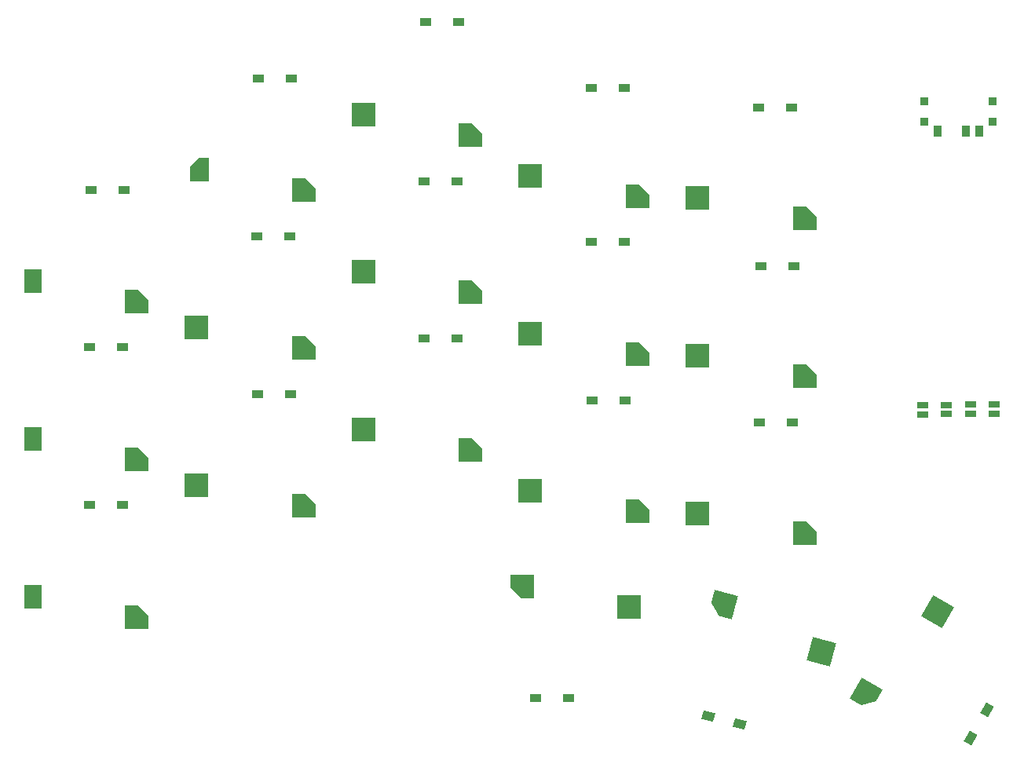
<source format=gbp>
G04 #@! TF.GenerationSoftware,KiCad,Pcbnew,(6.0.10)*
G04 #@! TF.CreationDate,2023-01-10T17:00:23+01:00*
G04 #@! TF.ProjectId,chocofi,63686f63-6f66-4692-9e6b-696361645f70,2.1*
G04 #@! TF.SameCoordinates,Original*
G04 #@! TF.FileFunction,Paste,Bot*
G04 #@! TF.FilePolarity,Positive*
%FSLAX46Y46*%
G04 Gerber Fmt 4.6, Leading zero omitted, Abs format (unit mm)*
G04 Created by KiCad (PCBNEW (6.0.10)) date 2023-01-10 17:00:23*
%MOMM*%
%LPD*%
G01*
G04 APERTURE LIST*
G04 Aperture macros list*
%AMRotRect*
0 Rectangle, with rotation*
0 The origin of the aperture is its center*
0 $1 length*
0 $2 width*
0 $3 Rotation angle, in degrees counterclockwise*
0 Add horizontal line*
21,1,$1,$2,0,0,$3*%
%AMOutline5P*
0 Free polygon, 5 corners , with rotation*
0 The origin of the aperture is its center*
0 number of corners: always 5*
0 $1 to $10 corner X, Y*
0 $11 Rotation angle, in degrees counterclockwise*
0 create outline with 5 corners*
4,1,5,$1,$2,$3,$4,$5,$6,$7,$8,$9,$10,$1,$2,$11*%
%AMOutline6P*
0 Free polygon, 6 corners , with rotation*
0 The origin of the aperture is its center*
0 number of corners: always 6*
0 $1 to $12 corner X, Y*
0 $13 Rotation angle, in degrees counterclockwise*
0 create outline with 6 corners*
4,1,6,$1,$2,$3,$4,$5,$6,$7,$8,$9,$10,$11,$12,$1,$2,$13*%
%AMOutline7P*
0 Free polygon, 7 corners , with rotation*
0 The origin of the aperture is its center*
0 number of corners: always 7*
0 $1 to $14 corner X, Y*
0 $15 Rotation angle, in degrees counterclockwise*
0 create outline with 7 corners*
4,1,7,$1,$2,$3,$4,$5,$6,$7,$8,$9,$10,$11,$12,$13,$14,$1,$2,$15*%
%AMOutline8P*
0 Free polygon, 8 corners , with rotation*
0 The origin of the aperture is its center*
0 number of corners: always 8*
0 $1 to $16 corner X, Y*
0 $17 Rotation angle, in degrees counterclockwise*
0 create outline with 8 corners*
4,1,8,$1,$2,$3,$4,$5,$6,$7,$8,$9,$10,$11,$12,$13,$14,$15,$16,$1,$2,$17*%
G04 Aperture macros list end*
%ADD10R,1.300000X0.950000*%
%ADD11RotRect,1.300000X0.950000X345.000000*%
%ADD12RotRect,1.300000X0.950000X60.000000*%
%ADD13Outline5P,-1.300000X1.300000X0.130000X1.300000X1.300000X0.130000X1.300000X-1.300000X-1.300000X-1.300000X0.000000*%
%ADD14R,1.850000X2.600000*%
%ADD15Outline5P,-1.025000X0.275000X0.000000X1.300000X1.025000X1.300000X1.025000X-1.300000X-1.025000X-1.300000X0.000000*%
%ADD16R,2.600000X2.600000*%
%ADD17R,1.875000X2.600000*%
%ADD18Outline5P,-1.300000X1.300000X0.130000X1.300000X1.300000X0.130000X1.300000X-1.300000X-1.300000X-1.300000X180.000000*%
%ADD19Outline5P,-1.300000X1.300000X0.130000X1.300000X1.300000X0.130000X1.300000X-1.300000X-1.300000X-1.300000X165.000000*%
%ADD20RotRect,2.600000X2.600000X165.000000*%
%ADD21Outline5P,-1.300000X1.300000X0.130000X1.300000X1.300000X0.130000X1.300000X-1.300000X-1.300000X-1.300000X240.000000*%
%ADD22RotRect,2.600000X2.600000X240.000000*%
%ADD23R,1.143000X0.635000*%
%ADD24R,0.900000X0.900000*%
%ADD25R,0.900000X1.250000*%
G04 APERTURE END LIST*
D10*
X84229400Y-64312800D03*
X87779400Y-64312800D03*
X102314200Y-52273200D03*
X105864200Y-52273200D03*
X120297400Y-46228000D03*
X123847400Y-46228000D03*
X138229800Y-53289200D03*
X141779800Y-53289200D03*
X156213000Y-55422800D03*
X159763000Y-55422800D03*
X84127800Y-81229200D03*
X87677800Y-81229200D03*
X102111000Y-69342000D03*
X105661000Y-69342000D03*
X120195800Y-63347600D03*
X123745800Y-63347600D03*
X138179000Y-69900800D03*
X141729000Y-69900800D03*
X156517800Y-72491600D03*
X160067800Y-72491600D03*
X84127800Y-98247200D03*
X87677800Y-98247200D03*
X102212600Y-86309200D03*
X105762600Y-86309200D03*
X120195800Y-80314800D03*
X123745800Y-80314800D03*
X138280600Y-86969600D03*
X141830600Y-86969600D03*
X156314600Y-89357200D03*
X159864600Y-89357200D03*
X132184600Y-119075200D03*
X135734600Y-119075200D03*
D11*
X150799764Y-121001192D03*
X154228800Y-121920000D03*
D12*
X179070666Y-123432630D03*
X180845666Y-120358240D03*
D13*
X89185000Y-76350000D03*
D14*
X78010000Y-74150000D03*
D13*
X107185000Y-64350000D03*
D15*
X95960000Y-62150000D03*
D13*
X125185000Y-58350000D03*
D16*
X113635000Y-56150000D03*
D13*
X143185000Y-64970000D03*
D16*
X131635000Y-62770000D03*
D13*
X161185000Y-67350000D03*
D16*
X149635000Y-65150000D03*
D13*
X89185000Y-93350000D03*
D17*
X78010000Y-91150000D03*
D13*
X107185000Y-81350000D03*
D16*
X95635000Y-79150000D03*
D13*
X125185000Y-75350000D03*
D16*
X113635000Y-73150000D03*
D13*
X143185000Y-81970000D03*
D16*
X131635000Y-79770000D03*
D13*
X161185000Y-84350000D03*
D16*
X149635000Y-82150000D03*
D13*
X89185000Y-110350000D03*
D17*
X78010000Y-108150000D03*
D13*
X107185000Y-98350000D03*
D16*
X95635000Y-96150000D03*
D13*
X125185000Y-92350000D03*
D16*
X113635000Y-90150000D03*
D13*
X143185000Y-98975000D03*
D16*
X131635000Y-96775000D03*
D13*
X161185000Y-101350000D03*
D16*
X149635000Y-99150000D03*
D18*
X130735000Y-107040000D03*
D16*
X142285000Y-109240000D03*
D19*
X152436566Y-108985109D03*
D20*
X163023608Y-114099506D03*
D21*
X167869649Y-118651233D03*
D22*
X175549905Y-109748640D03*
D23*
X176480000Y-87478020D03*
X176480000Y-88478780D03*
X173930000Y-87507620D03*
X173930000Y-88508380D03*
X181640000Y-87428020D03*
X181640000Y-88428780D03*
X179060000Y-87448020D03*
X179060000Y-88448780D03*
D24*
X181500000Y-56980000D03*
X174100000Y-56980000D03*
X174100000Y-54780000D03*
X181500000Y-54780000D03*
D25*
X175550000Y-57955000D03*
X178550000Y-57955000D03*
X180050000Y-57955000D03*
M02*

</source>
